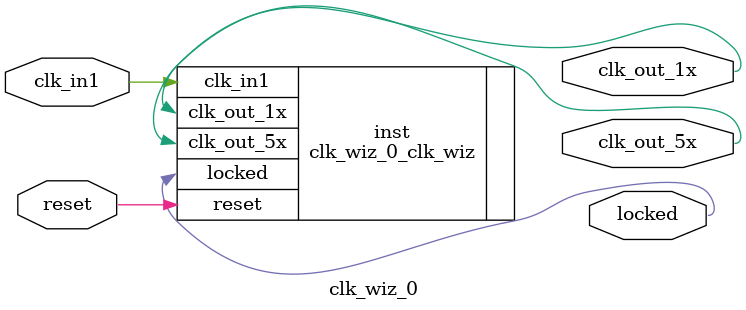
<source format=v>


`timescale 1ps/1ps

(* CORE_GENERATION_INFO = "clk_wiz_0,clk_wiz_v6_0_11_0_0,{component_name=clk_wiz_0,use_phase_alignment=true,use_min_o_jitter=false,use_max_i_jitter=false,use_dyn_phase_shift=false,use_inclk_switchover=false,use_dyn_reconfig=false,enable_axi=0,feedback_source=FDBK_AUTO,PRIMITIVE=MMCM,num_out_clk=2,clkin1_period=10.000,clkin2_period=10.000,use_power_down=false,use_reset=true,use_locked=true,use_inclk_stopped=false,feedback_type=SINGLE,CLOCK_MGR_TYPE=NA,manual_override=false}" *)

module clk_wiz_0 
 (
  // Clock out ports
  output        clk_out_1x,
  output        clk_out_5x,
  // Status and control signals
  input         reset,
  output        locked,
 // Clock in ports
  input         clk_in1
 );

  clk_wiz_0_clk_wiz inst
  (
  // Clock out ports  
  .clk_out_1x(clk_out_1x),
  .clk_out_5x(clk_out_5x),
  // Status and control signals               
  .reset(reset), 
  .locked(locked),
 // Clock in ports
  .clk_in1(clk_in1)
  );

endmodule

</source>
